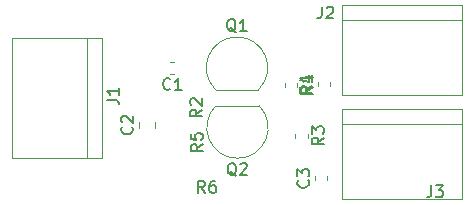
<source format=gbr>
G04 #@! TF.GenerationSoftware,KiCad,Pcbnew,(5.1.5)-3*
G04 #@! TF.CreationDate,2020-12-11T12:36:31+02:00*
G04 #@! TF.ProjectId,Single_transistor_AMP,53696e67-6c65-45f7-9472-616e73697374,V1.0*
G04 #@! TF.SameCoordinates,Original*
G04 #@! TF.FileFunction,Legend,Top*
G04 #@! TF.FilePolarity,Positive*
%FSLAX46Y46*%
G04 Gerber Fmt 4.6, Leading zero omitted, Abs format (unit mm)*
G04 Created by KiCad (PCBNEW (5.1.5)-3) date 2020-12-11 12:36:31*
%MOMM*%
%LPD*%
G04 APERTURE LIST*
%ADD10C,0.120000*%
%ADD11C,0.150000*%
G04 APERTURE END LIST*
D10*
X130586267Y-80520000D02*
X130243733Y-80520000D01*
X130586267Y-79500000D02*
X130243733Y-79500000D01*
X127560000Y-85106252D02*
X127560000Y-84583748D01*
X128980000Y-85106252D02*
X128980000Y-84583748D01*
X143485000Y-89546267D02*
X143485000Y-89203733D01*
X142465000Y-89546267D02*
X142465000Y-89203733D01*
X123190000Y-77470000D02*
X123190000Y-87630000D01*
X124460000Y-77470000D02*
X116840000Y-77470000D01*
X116840000Y-77470000D02*
X116840000Y-87630000D01*
X116840000Y-87630000D02*
X124460000Y-87630000D01*
X124460000Y-87630000D02*
X124460000Y-77470000D01*
X154965000Y-74740000D02*
X144805000Y-74740000D01*
X154965000Y-82360000D02*
X154965000Y-74740000D01*
X144805000Y-82360000D02*
X154965000Y-82360000D01*
X144805000Y-74740000D02*
X144805000Y-82360000D01*
X144805000Y-76010000D02*
X154965000Y-76010000D01*
X144805000Y-84810000D02*
X154965000Y-84810000D01*
X144805000Y-83540000D02*
X144805000Y-91160000D01*
X144805000Y-91160000D02*
X154965000Y-91160000D01*
X154965000Y-91160000D02*
X154965000Y-83540000D01*
X154965000Y-83540000D02*
X144805000Y-83540000D01*
X134090000Y-81860000D02*
X137690000Y-81860000D01*
X134051522Y-81848478D02*
G75*
G02X135890000Y-77410000I1838478J1838478D01*
G01*
X137728478Y-81848478D02*
G75*
G03X135890000Y-77410000I-1838478J1838478D01*
G01*
X137730000Y-83225000D02*
X134130000Y-83225000D01*
X137768478Y-83236522D02*
G75*
G02X135930000Y-87675000I-1838478J-1838478D01*
G01*
X134091522Y-83236522D02*
G75*
G03X135930000Y-87675000I1838478J-1838478D01*
G01*
X142715000Y-81575279D02*
X142715000Y-81249721D01*
X143735000Y-81575279D02*
X143735000Y-81249721D01*
X140840000Y-85599721D02*
X140840000Y-85925279D01*
X141860000Y-85599721D02*
X141860000Y-85925279D01*
X140935000Y-81299721D02*
X140935000Y-81625279D01*
X139915000Y-81299721D02*
X139915000Y-81625279D01*
D11*
X130248333Y-81797142D02*
X130200714Y-81844761D01*
X130057857Y-81892380D01*
X129962619Y-81892380D01*
X129819761Y-81844761D01*
X129724523Y-81749523D01*
X129676904Y-81654285D01*
X129629285Y-81463809D01*
X129629285Y-81320952D01*
X129676904Y-81130476D01*
X129724523Y-81035238D01*
X129819761Y-80940000D01*
X129962619Y-80892380D01*
X130057857Y-80892380D01*
X130200714Y-80940000D01*
X130248333Y-80987619D01*
X131200714Y-81892380D02*
X130629285Y-81892380D01*
X130915000Y-81892380D02*
X130915000Y-80892380D01*
X130819761Y-81035238D01*
X130724523Y-81130476D01*
X130629285Y-81178095D01*
X126977142Y-85011666D02*
X127024761Y-85059285D01*
X127072380Y-85202142D01*
X127072380Y-85297380D01*
X127024761Y-85440238D01*
X126929523Y-85535476D01*
X126834285Y-85583095D01*
X126643809Y-85630714D01*
X126500952Y-85630714D01*
X126310476Y-85583095D01*
X126215238Y-85535476D01*
X126120000Y-85440238D01*
X126072380Y-85297380D01*
X126072380Y-85202142D01*
X126120000Y-85059285D01*
X126167619Y-85011666D01*
X126167619Y-84630714D02*
X126120000Y-84583095D01*
X126072380Y-84487857D01*
X126072380Y-84249761D01*
X126120000Y-84154523D01*
X126167619Y-84106904D01*
X126262857Y-84059285D01*
X126358095Y-84059285D01*
X126500952Y-84106904D01*
X127072380Y-84678333D01*
X127072380Y-84059285D01*
X141902142Y-89541666D02*
X141949761Y-89589285D01*
X141997380Y-89732142D01*
X141997380Y-89827380D01*
X141949761Y-89970238D01*
X141854523Y-90065476D01*
X141759285Y-90113095D01*
X141568809Y-90160714D01*
X141425952Y-90160714D01*
X141235476Y-90113095D01*
X141140238Y-90065476D01*
X141045000Y-89970238D01*
X140997380Y-89827380D01*
X140997380Y-89732142D01*
X141045000Y-89589285D01*
X141092619Y-89541666D01*
X140997380Y-89208333D02*
X140997380Y-88589285D01*
X141378333Y-88922619D01*
X141378333Y-88779761D01*
X141425952Y-88684523D01*
X141473571Y-88636904D01*
X141568809Y-88589285D01*
X141806904Y-88589285D01*
X141902142Y-88636904D01*
X141949761Y-88684523D01*
X141997380Y-88779761D01*
X141997380Y-89065476D01*
X141949761Y-89160714D01*
X141902142Y-89208333D01*
X124867420Y-82738553D02*
X125581706Y-82738553D01*
X125724563Y-82786172D01*
X125819801Y-82881410D01*
X125867420Y-83024267D01*
X125867420Y-83119505D01*
X125867420Y-81738553D02*
X125867420Y-82309981D01*
X125867420Y-82024267D02*
X124867420Y-82024267D01*
X125010278Y-82119505D01*
X125105516Y-82214743D01*
X125153135Y-82309981D01*
X143052206Y-74842120D02*
X143052206Y-75556406D01*
X143004587Y-75699263D01*
X142909349Y-75794501D01*
X142766492Y-75842120D01*
X142671254Y-75842120D01*
X143480778Y-74937359D02*
X143528397Y-74889740D01*
X143623635Y-74842120D01*
X143861730Y-74842120D01*
X143956968Y-74889740D01*
X144004587Y-74937359D01*
X144052206Y-75032597D01*
X144052206Y-75127835D01*
X144004587Y-75270692D01*
X143433159Y-75842120D01*
X144052206Y-75842120D01*
X152325746Y-89972900D02*
X152325746Y-90687186D01*
X152278127Y-90830043D01*
X152182889Y-90925281D01*
X152040032Y-90972900D01*
X151944794Y-90972900D01*
X152706699Y-89972900D02*
X153325746Y-89972900D01*
X152992413Y-90353853D01*
X153135270Y-90353853D01*
X153230508Y-90401472D01*
X153278127Y-90449091D01*
X153325746Y-90544329D01*
X153325746Y-90782424D01*
X153278127Y-90877662D01*
X153230508Y-90925281D01*
X153135270Y-90972900D01*
X152849556Y-90972900D01*
X152754318Y-90925281D01*
X152706699Y-90877662D01*
X135794761Y-76997619D02*
X135699523Y-76950000D01*
X135604285Y-76854761D01*
X135461428Y-76711904D01*
X135366190Y-76664285D01*
X135270952Y-76664285D01*
X135318571Y-76902380D02*
X135223333Y-76854761D01*
X135128095Y-76759523D01*
X135080476Y-76569047D01*
X135080476Y-76235714D01*
X135128095Y-76045238D01*
X135223333Y-75950000D01*
X135318571Y-75902380D01*
X135509047Y-75902380D01*
X135604285Y-75950000D01*
X135699523Y-76045238D01*
X135747142Y-76235714D01*
X135747142Y-76569047D01*
X135699523Y-76759523D01*
X135604285Y-76854761D01*
X135509047Y-76902380D01*
X135318571Y-76902380D01*
X136699523Y-76902380D02*
X136128095Y-76902380D01*
X136413809Y-76902380D02*
X136413809Y-75902380D01*
X136318571Y-76045238D01*
X136223333Y-76140476D01*
X136128095Y-76188095D01*
X135834761Y-89182619D02*
X135739523Y-89135000D01*
X135644285Y-89039761D01*
X135501428Y-88896904D01*
X135406190Y-88849285D01*
X135310952Y-88849285D01*
X135358571Y-89087380D02*
X135263333Y-89039761D01*
X135168095Y-88944523D01*
X135120476Y-88754047D01*
X135120476Y-88420714D01*
X135168095Y-88230238D01*
X135263333Y-88135000D01*
X135358571Y-88087380D01*
X135549047Y-88087380D01*
X135644285Y-88135000D01*
X135739523Y-88230238D01*
X135787142Y-88420714D01*
X135787142Y-88754047D01*
X135739523Y-88944523D01*
X135644285Y-89039761D01*
X135549047Y-89087380D01*
X135358571Y-89087380D01*
X136168095Y-88182619D02*
X136215714Y-88135000D01*
X136310952Y-88087380D01*
X136549047Y-88087380D01*
X136644285Y-88135000D01*
X136691904Y-88182619D01*
X136739523Y-88277857D01*
X136739523Y-88373095D01*
X136691904Y-88515952D01*
X136120476Y-89087380D01*
X136739523Y-89087380D01*
X142247380Y-81579166D02*
X141771190Y-81912500D01*
X142247380Y-82150595D02*
X141247380Y-82150595D01*
X141247380Y-81769642D01*
X141295000Y-81674404D01*
X141342619Y-81626785D01*
X141437857Y-81579166D01*
X141580714Y-81579166D01*
X141675952Y-81626785D01*
X141723571Y-81674404D01*
X141771190Y-81769642D01*
X141771190Y-82150595D01*
X142247380Y-80626785D02*
X142247380Y-81198214D01*
X142247380Y-80912500D02*
X141247380Y-80912500D01*
X141390238Y-81007738D01*
X141485476Y-81102976D01*
X141533095Y-81198214D01*
X132922380Y-83556666D02*
X132446190Y-83890000D01*
X132922380Y-84128095D02*
X131922380Y-84128095D01*
X131922380Y-83747142D01*
X131970000Y-83651904D01*
X132017619Y-83604285D01*
X132112857Y-83556666D01*
X132255714Y-83556666D01*
X132350952Y-83604285D01*
X132398571Y-83651904D01*
X132446190Y-83747142D01*
X132446190Y-84128095D01*
X132017619Y-83175714D02*
X131970000Y-83128095D01*
X131922380Y-83032857D01*
X131922380Y-82794761D01*
X131970000Y-82699523D01*
X132017619Y-82651904D01*
X132112857Y-82604285D01*
X132208095Y-82604285D01*
X132350952Y-82651904D01*
X132922380Y-83223333D01*
X132922380Y-82604285D01*
X143232380Y-85929166D02*
X142756190Y-86262500D01*
X143232380Y-86500595D02*
X142232380Y-86500595D01*
X142232380Y-86119642D01*
X142280000Y-86024404D01*
X142327619Y-85976785D01*
X142422857Y-85929166D01*
X142565714Y-85929166D01*
X142660952Y-85976785D01*
X142708571Y-86024404D01*
X142756190Y-86119642D01*
X142756190Y-86500595D01*
X142232380Y-85595833D02*
X142232380Y-84976785D01*
X142613333Y-85310119D01*
X142613333Y-85167261D01*
X142660952Y-85072023D01*
X142708571Y-85024404D01*
X142803809Y-84976785D01*
X143041904Y-84976785D01*
X143137142Y-85024404D01*
X143184761Y-85072023D01*
X143232380Y-85167261D01*
X143232380Y-85452976D01*
X143184761Y-85548214D01*
X143137142Y-85595833D01*
X142307380Y-81629166D02*
X141831190Y-81962500D01*
X142307380Y-82200595D02*
X141307380Y-82200595D01*
X141307380Y-81819642D01*
X141355000Y-81724404D01*
X141402619Y-81676785D01*
X141497857Y-81629166D01*
X141640714Y-81629166D01*
X141735952Y-81676785D01*
X141783571Y-81724404D01*
X141831190Y-81819642D01*
X141831190Y-82200595D01*
X141640714Y-80772023D02*
X142307380Y-80772023D01*
X141259761Y-81010119D02*
X141974047Y-81248214D01*
X141974047Y-80629166D01*
X132974340Y-86493646D02*
X132498150Y-86826980D01*
X132974340Y-87065075D02*
X131974340Y-87065075D01*
X131974340Y-86684122D01*
X132021960Y-86588884D01*
X132069579Y-86541265D01*
X132164817Y-86493646D01*
X132307674Y-86493646D01*
X132402912Y-86541265D01*
X132450531Y-86588884D01*
X132498150Y-86684122D01*
X132498150Y-87065075D01*
X131974340Y-85588884D02*
X131974340Y-86065075D01*
X132450531Y-86112694D01*
X132402912Y-86065075D01*
X132355293Y-85969837D01*
X132355293Y-85731741D01*
X132402912Y-85636503D01*
X132450531Y-85588884D01*
X132545769Y-85541265D01*
X132783864Y-85541265D01*
X132879102Y-85588884D01*
X132926721Y-85636503D01*
X132974340Y-85731741D01*
X132974340Y-85969837D01*
X132926721Y-86065075D01*
X132879102Y-86112694D01*
X133178253Y-90586820D02*
X132844920Y-90110630D01*
X132606824Y-90586820D02*
X132606824Y-89586820D01*
X132987777Y-89586820D01*
X133083015Y-89634440D01*
X133130634Y-89682059D01*
X133178253Y-89777297D01*
X133178253Y-89920154D01*
X133130634Y-90015392D01*
X133083015Y-90063011D01*
X132987777Y-90110630D01*
X132606824Y-90110630D01*
X134035396Y-89586820D02*
X133844920Y-89586820D01*
X133749681Y-89634440D01*
X133702062Y-89682059D01*
X133606824Y-89824916D01*
X133559205Y-90015392D01*
X133559205Y-90396344D01*
X133606824Y-90491582D01*
X133654443Y-90539201D01*
X133749681Y-90586820D01*
X133940158Y-90586820D01*
X134035396Y-90539201D01*
X134083015Y-90491582D01*
X134130634Y-90396344D01*
X134130634Y-90158249D01*
X134083015Y-90063011D01*
X134035396Y-90015392D01*
X133940158Y-89967773D01*
X133749681Y-89967773D01*
X133654443Y-90015392D01*
X133606824Y-90063011D01*
X133559205Y-90158249D01*
M02*

</source>
